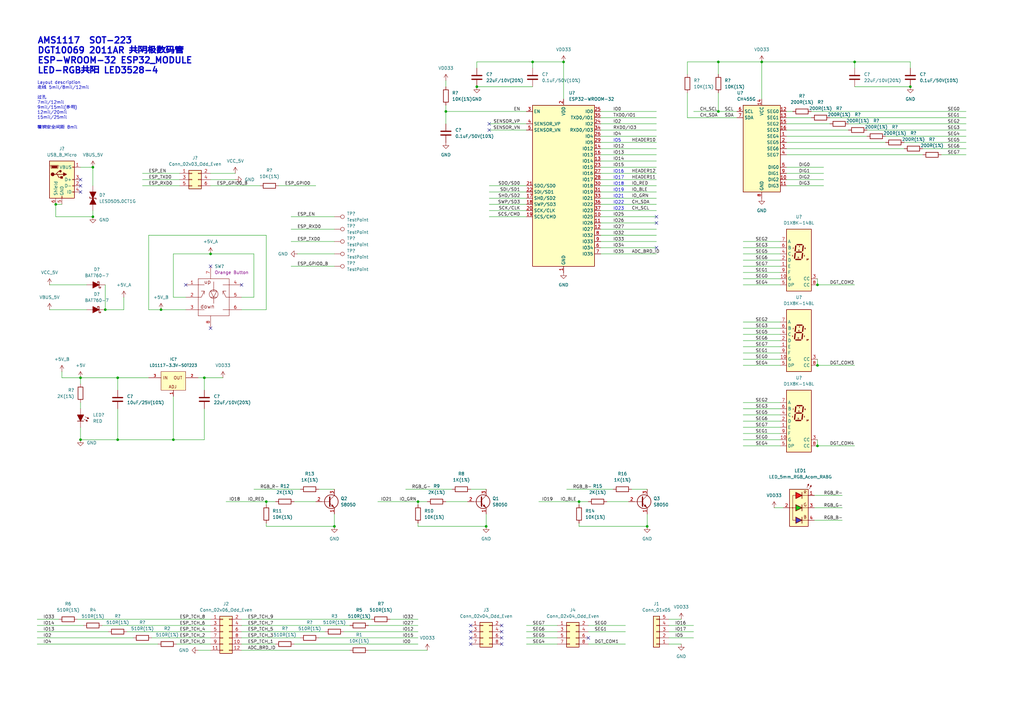
<source format=kicad_sch>
(kicad_sch (version 20250114) (generator "eeschema") (generator_version "9.0")
  (paper "A3")
  (text "IO18" (at 251.46 76.2 0) (effects (font (size 1.27 1.27)) (justify left bottom)))
  (text "IO22" (at 251.46 83.82 0) (effects (font (size 1.27 1.27)) (justify left bottom)))
  (text "IO23" (at 251.46 86.36 0) (effects (font (size 1.27 1.27)) (justify left bottom)))
  (text "AMS1117  SOT-223\nDGT10069 2011AR 共阴极数码管\nESP-WROOM-32 ESP32_MODULE\nLED-RGB共阳 LED3528-4" (at 15.24 22.86 0) (effects (font (size 2.54 2.54) (thickness 0.508) (bold yes)) (justify left)))
  (text "Layout description\n走线 5mil/8mil/12mil\n\n过孔 \n7mil/12mil\n9mil/15mil(多用)\n12mil/20mil\n15mil/25mil\n\n覆铜安全间距 8mil" (at 15.24 43.18 0) (effects (font (size 1.27 1.27)) (justify left)))
  (text "IO21" (at 251.46 81.28 0) (effects (font (size 1.27 1.27)) (justify left bottom)))
  (text "IO5" (at 251.46 58.42 0) (effects (font (size 1.27 1.27)) (justify left bottom)))
  (text "IO19" (at 251.46 78.74 0) (effects (font (size 1.27 1.27)) (justify left bottom)))
  (text "IO17" (at 251.46 73.66 0) (effects (font (size 1.27 1.27)) (justify left bottom)))
  (text "IO16" (at 251.46 71.12 0) (effects (font (size 1.27 1.27)) (justify left bottom)))
  (junction (at 350.52 25.4))
  (junction (at 294.64 25.4))
  (junction (at 48.26 180.34))
  (junction (at 86.36 104.14))
  (junction (at 83.82 154.94))
  (junction (at 33.02 154.94))
  (junction (at 182.88 45.72))
  (junction (at 294.64 45.72))
  (junction (at 38.1 68.58))
  (junction (at 195.58 35.56))
  (junction (at 22.86 83.82))
  (junction (at 373.38 35.56))
  (junction (at 43.18 127))
  (junction (at 335.28 149.86))
  (junction (at 66.04 127))
  (junction (at 312.42 25.4))
  (junction (at 38.1 88.9))
  (junction (at 171.45 205.74))
  (junction (at 48.26 154.94))
  (junction (at 237.49 205.74))
  (junction (at 218.44 25.4))
  (junction (at 335.28 182.88))
  (junction (at 109.22 205.74))
  (junction (at 137.16 215.9))
  (junction (at 231.14 25.4))
  (junction (at 335.28 116.84))
  (junction (at 199.39 215.9))
  (junction (at 33.02 180.34))
  (junction (at 265.43 215.9))
  (junction (at 71.12 180.34))
  (no_connect (at 86.36 134.62))
  (no_connect (at 33.02 76.2))
  (no_connect (at 241.3 261.62))
  (no_connect (at 205.74 261.62))
  (no_connect (at 76.2 116.84))
  (no_connect (at 205.74 264.16))
  (no_connect (at 193.04 259.08))
  (no_connect (at 269.24 88.9))
  (no_connect (at 200.66 53.34))
  (no_connect (at 205.74 256.54))
  (no_connect (at 205.74 259.08))
  (no_connect (at 193.04 261.62))
  (no_connect (at 193.04 256.54))
  (no_connect (at 33.02 73.66))
  (no_connect (at 86.36 109.22))
  (no_connect (at 200.66 50.8))
  (no_connect (at 99.06 116.84))
  (no_connect (at 269.24 91.44))
  (no_connect (at 33.02 78.74))
  (no_connect (at 193.04 264.16))
  (no_connect (at 269.24 101.6))
  (wire (pts (xy 347.98 50.8) (xy 396.24 50.8)))
  (wire (pts (xy 304.8 111.76) (xy 320.04 111.76)))
  (wire (pts (xy 91.44 154.94) (xy 83.82 154.94)))
  (wire (pts (xy 304.8 172.72) (xy 320.04 172.72)))
  (wire (pts (xy 274.32 264.16) (xy 279.4 264.16)))
  (wire (pts (xy 83.82 180.34) (xy 71.12 180.34)))
  (wire (pts (xy 335.28 116.84) (xy 350.52 116.84)))
  (wire (pts (xy 83.82 167.64) (xy 83.82 180.34)))
  (wire (pts (xy 171.45 214.63) (xy 171.45 215.9)))
  (wire (pts (xy 195.58 25.4) (xy 218.44 25.4)))
  (wire (pts (xy 71.12 121.92) (xy 76.2 121.92)))
  (wire (pts (xy 33.02 175.26) (xy 33.02 180.34)))
  (wire (pts (xy 120.65 205.74) (xy 129.54 205.74)))
  (wire (pts (xy 15.24 264.16) (xy 64.77 264.16)))
  (wire (pts (xy 340.36 48.26) (xy 396.24 48.26)))
  (wire (pts (xy 182.88 45.72) (xy 215.9 45.72)))
  (wire (pts (xy 130.81 200.66) (xy 137.16 200.66)))
  (wire (pts (xy 99.06 254) (xy 152.4 254)))
  (wire (pts (xy 215.9 256.54) (xy 228.6 256.54)))
  (wire (pts (xy 154.94 205.74) (xy 171.45 205.74)))
  (wire (pts (xy 237.49 215.9) (xy 265.43 215.9)))
  (wire (pts (xy 304.8 104.14) (xy 320.04 104.14)))
  (wire (pts (xy 269.24 96.52) (xy 246.38 96.52)))
  (wire (pts (xy 151.13 266.7) (xy 175.26 266.7)))
  (wire (pts (xy 322.58 55.88) (xy 355.6 55.88)))
  (wire (pts (xy 312.42 25.4) (xy 312.42 40.64)))
  (wire (pts (xy 66.04 127) (xy 76.2 127)))
  (wire (pts (xy 99.06 121.92) (xy 104.14 121.92)))
  (wire (pts (xy 378.46 60.96) (xy 396.24 60.96)))
  (wire (pts (xy 269.24 83.82) (xy 246.38 83.82)))
  (wire (pts (xy 350.52 25.4) (xy 350.52 27.94)))
  (wire (pts (xy 140.97 259.08) (xy 171.45 259.08)))
  (wire (pts (xy 109.22 205.74) (xy 109.22 207.01)))
  (wire (pts (xy 281.94 38.1) (xy 281.94 48.26)))
  (wire (pts (xy 195.58 25.4) (xy 195.58 27.94)))
  (wire (pts (xy 200.66 53.34) (xy 215.9 53.34)))
  (wire (pts (xy 269.24 76.2) (xy 246.38 76.2)))
  (wire (pts (xy 99.06 256.54) (xy 143.51 256.54)))
  (wire (pts (xy 269.24 50.8) (xy 246.38 50.8)))
  (wire (pts (xy 81.28 154.94) (xy 83.82 154.94)))
  (wire (pts (xy 119.38 99.06) (xy 137.16 99.06)))
  (wire (pts (xy 41.91 256.54) (xy 86.36 256.54)))
  (wire (pts (xy 171.45 205.74) (xy 175.26 205.74)))
  (wire (pts (xy 160.02 254) (xy 171.45 254)))
  (wire (pts (xy 304.8 182.88) (xy 320.04 182.88)))
  (wire (pts (xy 99.06 264.16) (xy 113.03 264.16)))
  (wire (pts (xy 71.12 104.14) (xy 71.12 121.92)))
  (wire (pts (xy 373.38 25.4) (xy 373.38 27.94)))
  (wire (pts (xy 86.36 104.14) (xy 71.12 104.14)))
  (wire (pts (xy 220.98 205.74) (xy 237.49 205.74)))
  (wire (pts (xy 58.42 73.66) (xy 73.66 73.66)))
  (wire (pts (xy 274.32 261.62) (xy 284.48 261.62)))
  (wire (pts (xy 294.64 25.4) (xy 294.64 30.48)))
  (wire (pts (xy 58.42 71.12) (xy 73.66 71.12)))
  (wire (pts (xy 200.66 83.82) (xy 215.9 83.82)))
  (wire (pts (xy 22.86 88.9) (xy 22.86 83.82)))
  (wire (pts (xy 38.1 86.36) (xy 38.1 88.9)))
  (wire (pts (xy 99.06 266.7) (xy 143.51 266.7)))
  (wire (pts (xy 218.44 25.4) (xy 218.44 27.94)))
  (wire (pts (xy 269.24 99.06) (xy 246.38 99.06)))
  (wire (pts (xy 337.82 76.2) (xy 322.58 76.2)))
  (wire (pts (xy 182.88 33.02) (xy 182.88 35.56)))
  (wire (pts (xy 99.06 261.62) (xy 123.19 261.62)))
  (wire (pts (xy 386.08 63.5) (xy 396.24 63.5)))
  (wire (pts (xy 71.12 180.34) (xy 48.26 180.34)))
  (wire (pts (xy 114.3 76.2) (xy 129.54 76.2)))
  (wire (pts (xy 215.9 264.16) (xy 228.6 264.16)))
  (wire (pts (xy 119.38 93.98) (xy 137.16 93.98)))
  (wire (pts (xy 334.01 213.36) (xy 345.44 213.36)))
  (wire (pts (xy 317.5 208.28) (xy 321.31 208.28)))
  (wire (pts (xy 269.24 93.98) (xy 246.38 93.98)))
  (wire (pts (xy 33.02 68.58) (xy 38.1 68.58)))
  (wire (pts (xy 274.32 259.08) (xy 284.48 259.08)))
  (wire (pts (xy 232.41 200.66) (xy 251.46 200.66)))
  (wire (pts (xy 304.8 101.6) (xy 320.04 101.6)))
  (wire (pts (xy 237.49 205.74) (xy 237.49 207.01)))
  (wire (pts (xy 25.4 152.4) (xy 25.4 154.94)))
  (wire (pts (xy 20.32 127) (xy 35.56 127)))
  (wire (pts (xy 355.6 53.34) (xy 396.24 53.34)))
  (wire (pts (xy 71.12 162.56) (xy 71.12 180.34)))
  (wire (pts (xy 269.24 48.26) (xy 246.38 48.26)))
  (wire (pts (xy 304.8 177.8) (xy 320.04 177.8)))
  (wire (pts (xy 269.24 81.28) (xy 246.38 81.28)))
  (wire (pts (xy 269.24 66.04) (xy 246.38 66.04)))
  (wire (pts (xy 237.49 205.74) (xy 241.3 205.74)))
  (wire (pts (xy 332.74 45.72) (xy 396.24 45.72)))
  (wire (pts (xy 109.22 215.9) (xy 137.16 215.9)))
  (wire (pts (xy 200.66 81.28) (xy 215.9 81.28)))
  (wire (pts (xy 304.8 167.64) (xy 320.04 167.64)))
  (wire (pts (xy 304.8 149.86) (xy 320.04 149.86)))
  (wire (pts (xy 269.24 104.14) (xy 246.38 104.14)))
  (wire (pts (xy 322.58 58.42) (xy 363.22 58.42)))
  (wire (pts (xy 304.8 116.84) (xy 320.04 116.84)))
  (wire (pts (xy 370.84 58.42) (xy 396.24 58.42)))
  (wire (pts (xy 48.26 154.94) (xy 48.26 160.02)))
  (wire (pts (xy 334.01 208.28) (xy 345.44 208.28)))
  (wire (pts (xy 304.8 142.24) (xy 320.04 142.24)))
  (wire (pts (xy 281.94 48.26) (xy 302.26 48.26)))
  (wire (pts (xy 304.8 114.3) (xy 320.04 114.3)))
  (wire (pts (xy 269.24 71.12) (xy 246.38 71.12)))
  (wire (pts (xy 22.86 88.9) (xy 38.1 88.9)))
  (wire (pts (xy 99.06 127) (xy 109.22 127)))
  (wire (pts (xy 269.24 53.34) (xy 246.38 53.34)))
  (wire (pts (xy 335.28 182.88) (xy 350.52 182.88)))
  (wire (pts (xy 83.82 154.94) (xy 83.82 160.02)))
  (wire (pts (xy 43.18 127) (xy 50.8 127)))
  (wire (pts (xy 322.58 48.26) (xy 332.74 48.26)))
  (wire (pts (xy 104.14 200.66) (xy 123.19 200.66)))
  (wire (pts (xy 50.8 127) (xy 50.8 121.92)))
  (wire (pts (xy 200.66 76.2) (xy 215.9 76.2)))
  (wire (pts (xy 334.01 203.2) (xy 345.44 203.2)))
  (wire (pts (xy 304.8 170.18) (xy 320.04 170.18)))
  (wire (pts (xy 304.8 137.16) (xy 320.04 137.16)))
  (wire (pts (xy 151.13 256.54) (xy 171.45 256.54)))
  (wire (pts (xy 86.36 76.2) (xy 106.68 76.2)))
  (wire (pts (xy 60.96 127) (xy 66.04 127)))
  (wire (pts (xy 99.06 259.08) (xy 133.35 259.08)))
  (wire (pts (xy 269.24 58.42) (xy 246.38 58.42)))
  (wire (pts (xy 294.64 45.72) (xy 302.26 45.72)))
  (wire (pts (xy 182.88 205.74) (xy 191.77 205.74)))
  (wire (pts (xy 337.82 71.12) (xy 322.58 71.12)))
  (wire (pts (xy 104.14 104.14) (xy 86.36 104.14)))
  (wire (pts (xy 200.66 88.9) (xy 215.9 88.9)))
  (wire (pts (xy 15.24 256.54) (xy 34.29 256.54)))
  (wire (pts (xy 304.8 147.32) (xy 320.04 147.32)))
  (wire (pts (xy 350.52 25.4) (xy 373.38 25.4)))
  (wire (pts (xy 231.14 25.4) (xy 231.14 40.64)))
  (wire (pts (xy 200.66 50.8) (xy 215.9 50.8)))
  (wire (pts (xy 104.14 121.92) (xy 104.14 104.14)))
  (wire (pts (xy 218.44 35.56) (xy 195.58 35.56)))
  (wire (pts (xy 281.94 25.4) (xy 281.94 30.48)))
  (wire (pts (xy 109.22 127) (xy 109.22 96.52)))
  (wire (pts (xy 166.37 200.66) (xy 185.42 200.66)))
  (wire (pts (xy 304.8 109.22) (xy 320.04 109.22)))
  (wire (pts (xy 304.8 99.06) (xy 320.04 99.06)))
  (wire (pts (xy 322.58 45.72) (xy 325.12 45.72)))
  (wire (pts (xy 269.24 63.5) (xy 246.38 63.5)))
  (wire (pts (xy 22.86 83.82) (xy 25.4 83.82)))
  (wire (pts (xy 350.52 35.56) (xy 373.38 35.56)))
  (wire (pts (xy 284.48 45.72) (xy 294.64 45.72)))
  (wire (pts (xy 60.96 96.52) (xy 60.96 127)))
  (wire (pts (xy 130.81 261.62) (xy 171.45 261.62)))
  (wire (pts (xy 72.39 264.16) (xy 86.36 264.16)))
  (wire (pts (xy 294.64 25.4) (xy 312.42 25.4)))
  (wire (pts (xy 137.16 215.9) (xy 137.16 210.82)))
  (wire (pts (xy 269.24 55.88) (xy 246.38 55.88)))
  (wire (pts (xy 200.66 86.36) (xy 215.9 86.36)))
  (wire (pts (xy 269.24 68.58) (xy 246.38 68.58)))
  (wire (pts (xy 269.24 45.72) (xy 246.38 45.72)))
  (wire (pts (xy 15.24 254) (xy 24.13 254)))
  (wire (pts (xy 269.24 60.96) (xy 246.38 60.96)))
  (wire (pts (xy 48.26 180.34) (xy 33.02 180.34)))
  (wire (pts (xy 294.64 38.1) (xy 294.64 45.72)))
  (wire (pts (xy 200.66 78.74) (xy 215.9 78.74)))
  (wire (pts (xy 304.8 106.68) (xy 320.04 106.68)))
  (wire (pts (xy 304.8 180.34) (xy 320.04 180.34)))
  (wire (pts (xy 193.04 200.66) (xy 199.39 200.66)))
  (wire (pts (xy 199.39 215.9) (xy 199.39 210.82)))
  (wire (pts (xy 43.18 116.84) (xy 43.18 127)))
  (wire (pts (xy 58.42 76.2) (xy 73.66 76.2)))
  (wire (pts (xy 38.1 68.58) (xy 38.1 76.2)))
  (wire (pts (xy 304.8 134.62) (xy 320.04 134.62)))
  (wire (pts (xy 109.22 205.74) (xy 113.03 205.74)))
  (wire (pts (xy 182.88 43.18) (xy 182.88 45.72)))
  (wire (pts (xy 121.92 104.14) (xy 137.16 104.14)))
  (wire (pts (xy 31.75 254) (xy 86.36 254)))
  (wire (pts (xy 363.22 55.88) (xy 396.24 55.88)))
  (wire (pts (xy 304.8 139.7) (xy 320.04 139.7)))
  (wire (pts (xy 33.02 165.1) (xy 33.02 167.64)))
  (wire (pts (xy 322.58 60.96) (xy 370.84 60.96)))
  (wire (pts (xy 335.28 149.86) (xy 350.52 149.86)))
  (wire (pts (xy 304.8 132.08) (xy 320.04 132.08)))
  (wire (pts (xy 218.44 25.4) (xy 231.14 25.4)))
  (wire (pts (xy 248.92 205.74) (xy 257.81 205.74)))
  (wire (pts (xy 52.07 259.08) (xy 86.36 259.08)))
  (wire (pts (xy 259.08 200.66) (xy 265.43 200.66)))
  (wire (pts (xy 25.4 154.94) (xy 33.02 154.94)))
  (wire (pts (xy 81.28 266.7) (xy 86.36 266.7)))
  (wire (pts (xy 215.9 259.08) (xy 228.6 259.08)))
  (wire (pts (xy 92.71 205.74) (xy 109.22 205.74)))
  (wire (pts (xy 269.24 91.44) (xy 246.38 91.44)))
  (wire (pts (xy 304.8 175.26) (xy 320.04 175.26)))
  (wire (pts (xy 335.28 180.34) (xy 335.28 182.88)))
  (wire (pts (xy 33.02 154.94) (xy 48.26 154.94)))
  (wire (pts (xy 109.22 96.52) (xy 60.96 96.52)))
  (wire (pts (xy 15.24 259.08) (xy 44.45 259.08)))
  (wire (pts (xy 281.94 25.4) (xy 294.64 25.4)))
  (wire (pts (xy 337.82 73.66) (xy 322.58 73.66)))
  (wire (pts (xy 304.8 165.1) (xy 320.04 165.1)))
  (wire (pts (xy 322.58 53.34) (xy 347.98 53.34)))
  (wire (pts (xy 86.36 73.66) (xy 96.52 73.66)))
  (wire (pts (xy 312.42 25.4) (xy 350.52 25.4)))
  (wire (pts (xy 269.24 88.9) (xy 246.38 88.9)))
  (wire (pts (xy 119.38 88.9) (xy 137.16 88.9)))
  (wire (pts (xy 269.24 101.6) (xy 246.38 101.6)))
  (wire (pts (xy 215.9 261.62) (xy 228.6 261.62)))
  (wire (pts (xy 109.22 214.63) (xy 109.22 215.9)))
  (wire (pts (xy 237.49 214.63) (xy 237.49 215.9)))
  (wire (pts (xy 171.45 215.9) (xy 199.39 215.9)))
  (wire (pts (xy 48.26 167.64) (xy 48.26 180.34)))
  (wire (pts (xy 269.24 78.74) (xy 246.38 78.74)))
  (wire (pts (xy 119.38 109.22) (xy 137.16 109.22)))
  (wire (pts (xy 337.82 68.58) (xy 322.58 68.58)))
  (wire (pts (xy 171.45 205.74) (xy 171.45 207.01)))
  (wire (pts (xy 274.32 256.54) (xy 284.48 256.54)))
  (wire (pts (xy 274.32 254) (xy 279.4 254)))
  (wire (pts (xy 265.43 215.9) (xy 265.43 210.82)))
  (wire (pts (xy 335.28 114.3) (xy 335.28 116.84)))
  (wire (pts (xy 269.24 73.66) (xy 246.38 73.66)))
  (wire (pts (xy 241.3 256.54) (xy 256.54 256.54)))
  (wire (pts (xy 241.3 264.16) (xy 256.54 264.16)))
  (wire (pts (xy 62.23 261.62) (xy 86.36 261.62)))
  (wire (pts (xy 241.3 259.08) (xy 256.54 259.08)))
  (wire (pts (xy 20.32 116.84) (xy 35.56 116.84)))
  (wire (pts (xy 15.24 261.62) (xy 54.61 261.62)))
  (wire (pts (xy 322.58 63.5) (xy 378.46 63.5)))
  (wire (pts (xy 322.58 50.8) (xy 340.36 50.8)))
  (wire (pts (xy 86.36 71.12) (xy 96.52 71.12)))
  (wire (pts (xy 48.26 154.94) (xy 60.96 154.94)))
  (wire (pts (xy 335.28 147.32) (xy 335.28 149.86)))
  (wire (pts (xy 182.88 45.72) (xy 182.88 50.8)))
  (wire (pts (xy 120.65 264.16) (xy 171.45 264.16)))
  (wire (pts (xy 269.24 86.36) (xy 246.38 86.36)))
  (wire (pts (xy 33.02 154.94) (xy 33.02 157.48)))
  (wire (pts (xy 304.8 144.78) (xy 320.04 144.78)))
  (label "IO27" (at 165.1 256.54 0))
  (label "ESP_RXD0" (at 121.92 93.98 0))
  (label "SEG2" (at 309.88 165.1 0))
  (label "CH_SDA" (at 259.08 83.82 0))
  (label "SEG2" (at 309.88 132.08 0))
  (label "SEG1" (at 309.88 144.78 0))
  (label "SEG0" (at 388.62 45.72 0))
  (label "ESP_EN" (at 60.96 71.12 0))
  (label "ESP_EN" (at 121.92 88.9 0))
  (label "IO13" (at 251.46 63.5 0))
  (label "IO33" (at 17.78 254 0))
  (label "SDI/SD1" (at 213.36 78.74 180))
  (label "IO32" (at 165.1 254 0))
  (label "IO35" (at 251.46 104.14 0))
  (label "SEG5" (at 218.44 261.62 0))
  (label "IO33" (at 251.46 99.06 0))
  (label "DIG2" (at 327.66 73.66 0))
  (label "IO19" (at 222.25 205.74 0))
  (label "IO32" (at 251.46 96.52 0))
  (label "SENSOR_VP" (at 213.36 50.8 180))
  (label "ESP_GPIO0" (at 116.84 76.2 0))
  (label "RXD0/IO3" (at 251.46 53.34 0))
  (label "IO_BLE" (at 229.87 205.74 0))
  (label "DIG1" (at 327.66 71.12 0))
  (label "IO2" (at 251.46 50.8 0))
  (label "IO5" (at 276.86 261.62 0))
  (label "IO21" (at 156.21 205.74 0))
  (label "SEG3" (at 309.88 167.64 0))
  (label "DGT_COM1" (at 243.84 264.16 0))
  (label "EN" (at 213.36 45.72 180))
  (label "DGT_COM4" (at 340.36 182.88 0))
  (label "RGB_R-" (at 106.68 200.66 0))
  (label "IO12" (at 251.46 60.96 0))
  (label "SENSOR_VN" (at 213.36 53.34 180))
  (label "ESP_TCH_2" (at 73.66 261.62 0))
  (label "SEG7" (at 218.44 256.54 0))
  (label "HEADER11" (at 259.08 73.66 0))
  (label "IO26" (at 251.46 91.44 0))
  (label "ESP_TCH_5" (at 101.6 259.08 0))
  (label "ESP_TCH_3" (at 101.6 261.62 0))
  (label "IO13" (at 17.78 259.08 0))
  (label "SCK/CLK" (at 213.36 86.36 180))
  (label "IO15" (at 165.1 261.62 0))
  (label "IO4" (at 251.46 55.88 0))
  (label "SEG3" (at 388.62 53.34 0))
  (label "IO25" (at 251.46 88.9 0))
  (label "CH_SCL" (at 287.02 45.72 0))
  (label "ESP_GPIO0_B" (at 121.92 109.22 0))
  (label "ESP_TCH_1" (at 101.6 264.16 0))
  (label "IO0" (at 165.1 264.16 0))
  (label "SEG4" (at 309.88 149.86 0))
  (label "ADC_BRD_ID" (at 259.08 104.14 0))
  (label "SEG5" (at 309.88 104.14 0))
  (label "RGB_G-" (at 168.91 200.66 0))
  (label "SEG6" (at 218.44 259.08 0))
  (label "RGB_G-" (at 337.82 208.28 0))
  (label "SEG1" (at 388.62 48.26 0))
  (label "SEG6" (at 388.62 60.96 0))
  (label "SWP/SD3" (at 213.36 83.82 180))
  (label "SEG5" (at 309.88 170.18 0))
  (label "RGB_B-" (at 337.82 213.36 0))
  (label "SEG1" (at 309.88 177.8 0))
  (label "IO_RED" (at 259.08 76.2 0))
  (label "SEG1" (at 309.88 111.76 0))
  (label "RGB_R-" (at 337.82 203.2 0))
  (label "IO2" (at 17.78 261.62 0))
  (label "IO18" (at 93.98 205.74 0))
  (label "HEADER10" (at 259.08 58.42 0))
  (label "ESP_TCH_7" (at 101.6 256.54 0))
  (label "SEG4" (at 309.88 182.88 0))
  (label "SEG5" (at 388.62 58.42 0))
  (label "ESP_TCH_9" (at 101.6 254 0))
  (label "IO17" (at 276.86 259.08 0))
  (label "SEG7" (at 309.88 109.22 0))
  (label "IO_RED" (at 101.6 205.74 0))
  (label "DIG3" (at 327.66 76.2 0))
  (label "IO0" (at 251.46 45.72 0))
  (label "IO15" (at 251.46 68.58 0))
  (label "SEG0" (at 243.84 256.54 0))
  (label "SEG6" (at 309.88 172.72 0))
  (label "IO4" (at 17.78 264.16 0))
  (label "SEG2" (at 388.62 50.8 0))
  (label "ESP_RXD0" (at 60.96 76.2 0))
  (label "TXD0/IO1" (at 251.46 48.26 0))
  (label "DGT_COM2" (at 340.36 116.84 0))
  (label "ESP_GPIO0_B" (at 88.9 76.2 0))
  (label "IO_GRN" (at 163.83 205.74 0))
  (label "SDO/SD0" (at 213.36 76.2 180))
  (label "DGT_COM3" (at 340.36 149.86 0))
  (label "SEG7" (at 309.88 142.24 0))
  (label "IO16" (at 276.86 256.54 0))
  (label "ESP_TCH_8" (at 73.66 254 0))
  (label "ESP_TXD0" (at 60.96 73.66 0))
  (label "SEG0" (at 309.88 114.3 0))
  (label "SEG0" (at 309.88 180.34 0))
  (label "IO34" (at 251.46 101.6 0))
  (label "SHD/SD2" (at 213.36 81.28 180))
  (label "ESP_TCH_6" (at 73.66 256.54 0))
  (label "SCS/CMD" (at 213.36 88.9 180))
  (label "IO14" (at 17.78 256.54 0))
  (label "SCL" (at 297.18 45.72 0))
  (label "SDA" (at 297.18 48.26 0))
  (label "SEG5" (at 309.88 137.16 0))
  (label "HEADER12" (at 259.08 71.12 0))
  (label "CH_SCL" (at 259.08 86.36 0))
  (label "CH_SDA" (at 287.02 48.26 0))
  (label "ESP_TXD0" (at 121.92 99.06 0))
  (label "IO_GRN" (at 259.08 81.28 0))
  (label "IO14" (at 251.46 66.04 0))
  (label "SEG6" (at 309.88 139.7 0))
  (label "RGB_B-" (at 234.95 200.66 0))
  (label "SEG0" (at 309.88 147.32 0))
  (label "SEG3" (at 309.88 134.62 0))
  (label "SEG1" (at 243.84 259.08 0))
  (label "ESP_TCH_0" (at 73.66 264.16 0))
  (label "SEG4" (at 388.62 55.88 0))
  (label "IO27" (at 251.46 93.98 0))
  (label "SEG6" (at 309.88 106.68 0))
  (label "IO12" (at 165.1 259.08 0))
  (label "SEG4" (at 218.44 264.16 0))
  (label "ESP_TCH_4" (at 73.66 259.08 0))
  (label "DIG0" (at 327.66 68.58 0))
  (label "SEG3" (at 309.88 101.6 0))
  (label "SEG4" (at 309.88 116.84 0))
  (label "IO_BLE" (at 259.08 78.74 0))
  (label "SEG2" (at 309.88 99.06 0))
  (label "SEG7" (at 309.88 175.26 0))
  (label "ADC_BRD_ID" (at 101.6 266.7 0))
  (label "SEG7" (at 388.62 63.5 0))
  (symbol (lib_id "Library:BAT760-7") (at 39.37 116.84 0) (unit 1)
    (property "Reference" "D?" (at 39.6875 110.49 0))
    (property "Value" "BAT760-7" (at 39.6875 113.03 0))
    (property "Footprint" "Diode_SMD:D_SOD-323" (effects (hide yes)))
    (property "Description" "Schottky diode, Generic Symbol, Alternate KiCAD Library" (effects (hide yes)))
  )
  (symbol (lib_id "PCM_Resistor_AKL:R_1206") (at 359.41 55.88 90) (unit 1)
    (property "Reference" "R?" (at 359.41 49.53 90))
    (property "Value" "200R(1%)" (at 359.41 52.07 90))
    (property "Footprint" "PCM_Resistor_SMD_AKL:R_1206_3216Metric" (effects (hide yes)))
    (property "Description" "SMD 1206 Chip Resistor, European Symbol, Alternate KiCad Library" (effects (hide yes)))
  )
  (symbol (lib_id "power:+5V") (at 38.1 68.58 0) (unit 1)
    (property "Reference" "#PWR?" (effects (hide yes)))
    (property "Value" "VBUS_5V" (at 38.1 63.5 0))
    (property "Description" "Power symbol creates a global label with name \"+5V\"" (effects (hide yes)))
  )
  (symbol (lib_id "power:+5V") (at 182.88 33.02 0) (unit 1)
    (property "Reference" "#PWR?" (effects (hide yes)))
    (property "Value" "VDD33" (at 182.88 27.94 0))
    (property "Description" "Power symbol creates a global label with name \"+5V\"" (effects (hide yes)))
  )
  (symbol (lib_id "Library:LESD5D5.0CT1G") (at 38.1 81.28 90) (unit 1)
    (property "Reference" "D?" (at 40.64 80.0099 90) (effects (justify right)))
    (property "Value" "LESD5D5.0CT1G" (at 40.64 82.5499 90) (effects (justify right)))
    (property "Footprint" "Diode_SMD:D_SOD-523" (effects (hide yes)))
    (property "Datasheet" "https://www.jlc-smt.com/lcsc/detail?componentCode=C383211&spm=smt-pc.search-result.list.0" (effects (hide yes)))
    (property "Description" "Bidirectional TVS Diode, Generic symbol, Alternate KiCAD Library" (effects (hide yes)))
  )
  (symbol (lib_id "PCM_Resistor_AKL:R_1206") (at 328.93 45.72 90) (unit 1)
    (property "Reference" "R?" (at 328.93 39.37 90))
    (property "Value" "200R(1%)" (at 328.93 41.91 90))
    (property "Footprint" "PCM_Resistor_SMD_AKL:R_1206_3216Metric" (effects (hide yes)))
    (property "Description" "SMD 1206 Chip Resistor, European Symbol, Alternate KiCad Library" (effects (hide yes)))
  )
  (symbol (lib_id "PCM_Resistor_AKL:R_1206") (at 147.32 256.54 90) (unit 1)
    (property "Reference" "R5" (at 147.32 250.19 90))
    (property "Value" "510R(1%)" (at 147.32 252.73 90))
    (property "Footprint" "PCM_Resistor_SMD_AKL:R_1206_3216Metric" (effects (hide yes)))
    (property "Description" "SMD 1206 Chip Resistor, European Symbol, Alternate KiCad Library" (effects (hide yes)))
  )
  (symbol (lib_id "PCM_Capacitor_AKL:C_1206") (at 373.38 31.75 0) (unit 1)
    (property "Reference" "C?" (at 377.19 30.4799 0) (effects (justify left)))
    (property "Value" "0.1uF/50V(10%)" (at 377.19 33.0199 0) (effects (justify left)))
    (property "Footprint" "PCM_Capacitor_SMD_AKL:C_1206_3216Metric" (effects (hide yes)))
    (property "Description" "SMD 1206 MLCC capacitor, Alternate KiCad Library" (effects (hide yes)))
  )
  (symbol (lib_id "Connector:TestPoint") (at 137.16 93.98 270) (unit 1)
    (property "Reference" "TP?" (at 142.24 92.7099 90) (effects (justify left)))
    (property "Value" "TestPoint" (at 142.24 95.2499 90) (effects (justify left)))
    (property "Description" "test point" (effects (hide yes)))
  )
  (symbol (lib_id "RF_Module:ESP32-WROOM-32") (at 231.14 76.2 0) (unit 1)
    (property "Reference" "U?" (at 233.2833 38.1 0) (effects (justify left)))
    (property "Value" "ESP32-WROOM-32" (at 233.2833 40.64 0) (effects (justify left)))
    (property "Footprint" "RF_Module:ESP32-WROOM-32" (effects (hide yes)))
    (property "Datasheet" "https://www.espressif.com/sites/default/files/documentation/esp32-wroom-32_datasheet_en.pdf" (effects (hide yes)))
    (property "Description" "RF Module, ESP32-D0WDQ6 SoC, Wi-Fi 802.11b/g/n, Bluetooth, BLE, 32-bit, 2.7-3.6V, onboard antenna, SMD" (effects (hide yes)))
  )
  (symbol (lib_id "power:+5V") (at 317.5 208.28 0) (unit 1)
    (property "Reference" "#PWR05" (effects (hide yes)))
    (property "Value" "VDD33" (at 317.5 203.2 0))
    (property "Description" "Power symbol creates a global label with name \"+5V\"" (effects (hide yes)))
  )
  (symbol (lib_id "PCM_Resistor_AKL:R_1206") (at 38.1 256.54 90) (unit 1)
    (property "Reference" "R4" (at 38.1 250.19 90))
    (property "Value" "510R(1%)" (at 38.1 252.73 90))
    (property "Footprint" "PCM_Resistor_SMD_AKL:R_1206_3216Metric" (effects (hide yes)))
    (property "Description" "SMD 1206 Chip Resistor, European Symbol, Alternate KiCad Library" (effects (hide yes)))
  )
  (symbol (lib_id "PCM_Capacitor_AKL:C_1206") (at 218.44 31.75 0) (unit 1)
    (property "Reference" "C?" (at 222.25 30.4799 0) (effects (justify left)))
    (property "Value" "0.1uF/50V(10%)" (at 222.25 33.0199 0) (effects (justify left)))
    (property "Footprint" "PCM_Capacitor_SMD_AKL:C_1206_3216Metric" (effects (hide yes)))
    (property "Description" "SMD 1206 MLCC capacitor, Alternate KiCad Library" (effects (hide yes)))
  )
  (symbol (lib_id "PCM_LED_AKL:LED_5mm_RGB_Acom_RABG") (at 327.66 208.28 0) (unit 1)
    (property "Reference" "LED1" (at 328.2696 193.04 0))
    (property "Value" "LED_5mm_RGB_Acom_RABG" (at 328.2696 195.58 0))
    (property "Footprint" "PCM_LED_THT_AKL:LED_D5.0mm-4_RGB_Wide_Pins" (effects (hide yes)))
    (property "Description" "RGB LED, generic 5mm THT, common anode, Alternate KiCad Library" (effects (hide yes)))
  )
  (symbol (lib_id "PCM_Resistor_AKL:R_1206") (at 189.23 200.66 90) (unit 1)
    (property "Reference" "R8" (at 189.23 194.31 90))
    (property "Value" "1K(1%)" (at 189.23 196.85 90))
    (property "Footprint" "PCM_Resistor_SMD_AKL:R_1206_3216Metric" (effects (hide yes)))
    (property "Description" "SMD 1206 Chip Resistor, European Symbol, Alternate KiCad Library" (effects (hide yes)))
  )
  (symbol (lib_id "power:GND") (at 195.58 35.56 0) (unit 1)
    (property "Reference" "#PWR?" (effects (hide yes)))
    (property "Value" "GND" (at 195.58 40.64 0))
    (property "Description" "Power symbol creates a global label with name \"GND\" , ground" (effects (hide yes)))
  )
  (symbol (lib_id "power:GND") (at 38.1 88.9 0) (unit 1)
    (property "Reference" "#PWR?" (effects (hide yes)))
    (property "Value" "GND" (at 40.64 90.1699 0) (effects (justify left)))
    (property "Description" "Power symbol creates a global label with name \"GND\" , ground" (effects (hide yes)))
  )
  (symbol (lib_id "power:+5V") (at 66.04 127 0) (unit 1)
    (property "Reference" "#PWR?" (effects (hide yes)))
    (property "Value" "+5V_B" (at 66.04 121.92 0))
    (property "Description" "Power symbol creates a global label with name \"+5V\"" (effects (hide yes)))
  )
  (symbol (lib_id "PCM_Capacitor_AKL:C_1206") (at 182.88 54.61 0) (unit 1)
    (property "Reference" "C?" (at 186.69 53.3399 0) (effects (justify left)))
    (property "Value" "0.1uF/50V(10%)" (at 186.69 55.8799 0) (effects (justify left)))
    (property "Footprint" "PCM_Capacitor_SMD_AKL:C_1206_3216Metric" (effects (hide yes)))
    (property "Description" "SMD 1206 MLCC capacitor, Alternate KiCad Library" (effects (hide yes)))
  )
  (symbol (lib_id "PCM_Resistor_AKL:R_1206") (at 33.02 161.29 0) (mirror x) (unit 1)
    (property "Reference" "R?" (at 30.48 160.0199 0) (effects (justify right)))
    (property "Value" "2K(1%)" (at 30.48 162.5599 0) (effects (justify right)))
    (property "Footprint" "PCM_Resistor_SMD_AKL:R_1206_3216Metric" (effects (hide yes)))
    (property "Description" "SMD 1206 Chip Resistor, European Symbol, Alternate KiCad Library" (effects (hide yes)))
  )
  (symbol (lib_id "PCM_Resistor_AKL:R_1206") (at 156.21 254 90) (unit 1)
    (property "Reference" "R7" (at 156.21 247.65 90))
    (property "Value" "510R(1%)" (at 156.21 250.19 90))
    (property "Footprint" "PCM_Resistor_SMD_AKL:R_1206_3216Metric" (effects (hide yes)))
    (property "Description" "SMD 1206 Chip Resistor, European Symbol, Alternate KiCad Library" (effects (hide yes)))
  )
  (symbol (lib_id "PCM_Resistor_AKL:R_1206") (at 179.07 205.74 90) (unit 1)
    (property "Reference" "R9" (at 179.07 199.39 90))
    (property "Value" "2K(1%)" (at 179.07 201.93 90))
    (property "Footprint" "PCM_Resistor_SMD_AKL:R_1206_3216Metric" (effects (hide yes)))
    (property "Description" "SMD 1206 Chip Resistor, European Symbol, Alternate KiCad Library" (effects (hide yes)))
  )
  (symbol (lib_id "Transistor_BJT:S8050") (at 196.85 205.74 0) (unit 1)
    (property "Reference" "Q1" (at 201.93 204.4699 0) (effects (justify left)))
    (property "Value" "S8050" (at 201.93 207.0099 0) (effects (justify left)))
    (property "Footprint" "Package_TO_SOT_THT:TO-92_Inline" (effects (hide yes)))
    (property "Datasheet" "http://www.unisonic.com.tw/datasheet/S8050.pdf" (effects (hide yes)))
    (property "Description" "0.7A Ic, 20V Vce, Low Voltage High Current NPN Transistor, TO-92" (effects (hide yes)))
  )
  (symbol (lib_id "power:+5V") (at 25.4 152.4 0) (unit 1)
    (property "Reference" "#PWR?" (effects (hide yes)))
    (property "Value" "+5V_B" (at 25.4 147.32 0))
    (property "Description" "Power symbol creates a global label with name \"+5V\"" (effects (hide yes)))
  )
  (symbol (lib_id "Driver_LED:CH455G") (at 312.42 60.96 0) (unit 1)
    (property "Reference" "U?" (at 302.26 38.1 0) (effects (justify left)))
    (property "Value" "CH455G" (at 302.26 40.64 0) (effects (justify left)))
    (property "Footprint" "Package_SO:SOP-16_3.9x9.9mm_P1.27mm" (effects (hide yes)))
    (property "Datasheet" "https://www.wch-ic.com/products/CH455.html" (effects (hide yes)))
    (property "Description" "Digital tube driver and keyboard scan (common cathode only), SOP-16" (effects (hide yes)))
  )
  (symbol (lib_id "power:+5V") (at 86.36 104.14 0) (unit 1)
    (property "Reference" "#PWR?" (effects (hide yes)))
    (property "Value" "+5V_A" (at 86.36 99.06 0))
    (property "Description" "Power symbol creates a global label with name \"+5V\"" (effects (hide yes)))
  )
  (symbol (lib_id "power:+5V") (at 279.4 254 0) (unit 1)
    (property "Reference" "#PWR01" (effects (hide yes)))
    (property "Value" "VDD33" (at 279.4 248.92 0))
    (property "Description" "Power symbol creates a global label with name \"+5V\"" (effects (hide yes)))
  )
  (symbol (lib_id "Connector_Generic:Conn_02x04_Odd_Even") (at 233.68 259.08 0) (unit 1)
    (property "Reference" "J4" (at 234.95 250.19 0))
    (property "Value" "Conn_02x04_Odd_Even" (at 234.95 252.73 0))
    (property "Description" "Generic connector, double row, 02x04, odd/even pin numbering scheme (row 1 odd numbers, row 2 even numbers), script generated (kicad-library-utils/schlib/autogen/connector/)" (effects (hide yes)))
  )
  (symbol (lib_id "power:+5V") (at 50.8 121.92 0) (unit 1)
    (property "Reference" "#PWR?" (effects (hide yes)))
    (property "Value" "+5V_A" (at 50.8 116.84 0))
    (property "Description" "Power symbol creates a global label with name \"+5V\"" (effects (hide yes)))
  )
  (symbol (lib_id "power:+5V") (at 312.42 25.4 0) (unit 1)
    (property "Reference" "#PWR?" (effects (hide yes)))
    (property "Value" "VDD33" (at 312.42 20.32 0))
    (property "Description" "Power symbol creates a global label with name \"+5V\"" (effects (hide yes)))
  )
  (symbol (lib_id "PCM_Resistor_AKL:R_1206") (at 374.65 60.96 90) (unit 1)
    (property "Reference" "R?" (at 374.65 54.61 90))
    (property "Value" "200R(1%)" (at 374.65 57.15 90))
    (property "Footprint" "PCM_Resistor_SMD_AKL:R_1206_3216Metric" (effects (hide yes)))
    (property "Description" "SMD 1206 Chip Resistor, European Symbol, Alternate KiCad Library" (effects (hide yes)))
  )
  (symbol (lib_id "Connector:TestPoint") (at 137.16 99.06 270) (unit 1)
    (property "Reference" "TP?" (at 142.24 97.7899 90) (effects (justify left)))
    (property "Value" "TestPoint" (at 142.24 100.3299 90) (effects (justify left)))
    (property "Description" "test point" (effects (hide yes)))
  )
  (symbol (lib_id "Connector_Generic:Conn_02x03_Odd_Even") (at 78.74 73.66 0) (unit 1)
    (property "Reference" "J?" (at 80.01 64.77 0))
    (property "Value" "Conn_02x03_Odd_Even" (at 80.01 67.31 0))
    (property "Description" "Generic connector, double row, 02x03, odd/even pin numbering scheme (row 1 odd numbers, row 2 even numbers), script generated (kicad-library-utils/schlib/autogen/connector/)" (effects (hide yes)))
  )
  (symbol (lib_id "Connector_Generic:Conn_02x04_Odd_Even") (at 198.12 259.08 0) (unit 1)
    (property "Reference" "J3" (at 199.39 250.19 0))
    (property "Value" "Conn_02x04_Odd_Even" (at 199.39 252.73 0))
    (property "Description" "Generic connector, double row, 02x04, odd/even pin numbering scheme (row 1 odd numbers, row 2 even numbers), script generated (kicad-library-utils/schlib/autogen/connector/)" (effects (hide yes)))
  )
  (symbol (lib_id "power:GND") (at 231.14 111.76 0) (unit 1)
    (property "Reference" "#PWR?" (effects (hide yes)))
    (property "Value" "GND" (at 231.14 116.84 0))
    (property "Description" "Power symbol creates a global label with name \"GND\" , ground" (effects (hide yes)))
  )
  (symbol (lib_id "PCM_Resistor_AKL:R_1206") (at 116.84 205.74 90) (unit 1)
    (property "Reference" "R12" (at 116.84 199.39 90))
    (property "Value" "2K(1%)" (at 116.84 201.93 90))
    (property "Footprint" "PCM_Resistor_SMD_AKL:R_1206_3216Metric" (effects (hide yes)))
    (property "Description" "SMD 1206 Chip Resistor, European Symbol, Alternate KiCad Library" (effects (hide yes)))
  )
  (symbol (lib_id "power:GND") (at 373.38 35.56 0) (unit 1)
    (property "Reference" "#PWR?" (effects (hide yes)))
    (property "Value" "GND" (at 373.38 40.64 0))
    (property "Description" "Power symbol creates a global label with name \"GND\" , ground" (effects (hide yes)))
  )
  (symbol (lib_id "Connector:TestPoint") (at 137.16 88.9 270) (unit 1)
    (property "Reference" "TP?" (at 142.24 87.6299 90) (effects (justify left)))
    (property "Value" "TestPoint" (at 142.24 90.1699 90) (effects (justify left)))
    (property "Description" "test point" (effects (hide yes)))
  )
  (symbol (lib_id "power:+5V") (at 96.52 71.12 0) (unit 1)
    (property "Reference" "#PWR?" (effects (hide yes)))
    (property "Value" "VCC_5V" (at 96.52 66.04 0))
    (property "Description" "Power symbol creates a global label with name \"+5V\"" (effects (hide yes)))
  )
  (symbol (lib_id "PCM_Resistor_AKL:R_1206") (at 255.27 200.66 90) (unit 1)
    (property "Reference" "R16" (at 255.27 194.31 90))
    (property "Value" "1K(1%)" (at 255.27 196.85 90))
    (property "Footprint" "PCM_Resistor_SMD_AKL:R_1206_3216Metric" (effects (hide yes)))
    (property "Description" "SMD 1206 Chip Resistor, European Symbol, Alternate KiCad Library" (effects (hide yes)))
  )
  (symbol (lib_id "power:+5V") (at 231.14 25.4 0) (unit 1)
    (property "Reference" "#PWR?" (effects (hide yes)))
    (property "Value" "VDD33" (at 231.14 20.32 0))
    (property "Description" "Power symbol creates a global label with name \"+5V\"" (effects (hide yes)))
  )
  (symbol (lib_id "power:GND") (at 121.92 104.14 270) (unit 1)
    (property "Reference" "#PWR?" (effects (hide yes)))
    (property "Value" "GND" (at 118.11 104.1399 90) (effects (justify right)))
    (property "Description" "Power symbol creates a global label with name \"GND\" , ground" (effects (hide yes)))
  )
  (symbol (lib_id "PCM_Resistor_AKL:R_1206") (at 281.94 34.29 0) (unit 1)
    (property "Reference" "R?" (at 284.48 33.0199 0) (effects (justify left)))
    (property "Value" "10K(1%)" (at 284.48 35.5599 0) (effects (justify left)))
    (property "Footprint" "PCM_Resistor_SMD_AKL:R_1206_3216Metric" (effects (hide yes)))
    (property "Description" "SMD 1206 Chip Resistor, European Symbol, Alternate KiCad Library" (effects (hide yes)))
  )
  (symbol (lib_id "PCM_Resistor_AKL:R_1206") (at 245.11 205.74 90) (unit 1)
    (property "Reference" "R15" (at 245.11 199.39 90))
    (property "Value" "2K(1%)" (at 245.11 201.93 90))
    (property "Footprint" "PCM_Resistor_SMD_AKL:R_1206_3216Metric" (effects (hide yes)))
    (property "Description" "SMD 1206 Chip Resistor, European Symbol, Alternate KiCad Library" (effects (hide yes)))
  )
  (symbol (lib_id "Connector:USB_B_Micro") (at 25.4 73.66 0) (unit 1)
    (property "Reference" "J?" (at 25.4 60.96 0))
    (property "Value" "USB_B_Micro" (at 25.4 63.5 0))
    (property "Description" "USB Micro Type B connector" (effects (hide yes)))
  )
  (symbol (lib_id "PCM_Resistor_AKL:R_1206") (at 27.94 254 90) (unit 1)
    (property "Reference" "R6" (at 27.94 247.65 90))
    (property "Value" "510R(1%)" (at 27.94 250.19 90))
    (property "Footprint" "PCM_Resistor_SMD_AKL:R_1206_3216Metric" (effects (hide yes)))
    (property "Description" "SMD 1206 Chip Resistor, European Symbol, Alternate KiCad Library" (effects (hide yes)))
  )
  (symbol (lib_id "PCM_Capacitor_AKL:C_1206") (at 195.58 31.75 0) (unit 1)
    (property "Reference" "C?" (at 199.39 30.4799 0) (effects (justify left)))
    (property "Value" "22uF/10V(20%)" (at 199.39 33.0199 0) (effects (justify left)))
    (property "Footprint" "PCM_Capacitor_SMD_AKL:C_1206_3216Metric" (effects (hide yes)))
    (property "Description" "SMD 1206 MLCC capacitor, Alternate KiCad Library" (effects (hide yes)))
  )
  (symbol (lib_id "Connector_Generic:Conn_02x06_Odd_Even") (at 91.44 259.08 0) (unit 1)
    (property "Reference" "J2" (at 92.71 247.65 0))
    (property "Value" "Conn_02x06_Odd_Even" (at 92.71 250.19 0))
    (property "Description" "Generic connector, double row, 02x06, odd/even pin numbering scheme (row 1 odd numbers, row 2 even numbers), script generated (kicad-library-utils/schlib/autogen/connector/)" (effects (hide yes)))
  )
  (symbol (lib_id "power:+5V") (at 33.02 154.94 0) (unit 1)
    (property "Reference" "#PWR?" (effects (hide yes)))
    (property "Value" "+5V" (at 33.02 149.86 0))
    (property "Description" "Power symbol creates a global label with name \"+5V\"" (effects (hide yes)))
  )
  (symbol (lib_id "PCM_LED_AKL:LED_1206") (at 33.02 171.45 270) (unit 1)
    (property "Reference" "LED?" (at 38.1 170.1799 90) (effects (justify left)))
    (property "Value" "RED" (at 38.1 172.7199 90) (effects (justify left)))
    (property "Footprint" "PCM_LED_SMD_AKL:LED_1206_3216Metric" (effects (hide yes)))
    (property "Description" "SMD LED, 1206, Alternate KiCad Library" (effects (hide yes)))
  )
  (symbol (lib_id "power:+5V") (at 175.26 266.7 0) (unit 1)
    (property "Reference" "#PWR03" (effects (hide yes)))
    (property "Value" "VDD33" (at 175.26 261.62 0))
    (property "Description" "Power symbol creates a global label with name \"+5V\"" (effects (hide yes)))
  )
  (symbol (lib_id "Display_Character:D1X8K-14BL") (at 327.66 106.68 0) (unit 1)
    (property "Reference" "U?" (at 327.66 88.9 0))
    (property "Value" "D1X8K-14BL" (at 327.66 91.44 0))
    (property "Footprint" "Display_7Segment:D1X8K" (effects (hide yes)))
    (property "Datasheet" "https://ia800903.us.archive.org/24/items/CTKD1x8K/Cromatek%20D168K.pdf" (effects (hide yes)))
    (property "Description" "One digit 7 segment ultra bright blue LED, low current, common cathode" (effects (hide yes)))
  )
  (symbol (lib_id "Library:Button_DPDT_Orange_Latching") (at 88.9 121.92 0) (unit 1)
    (property "Reference" "SW?" (at 88.0111 109.22 0) (effects (justify left)))
    (property "Value" "Button_DPDT_Orange_Latching" (effects (hide yes)))
    (property "Footprint" "4ms_Switch:Button_LED_PB61303" (effects (hide yes)))
    (property "Datasheet" "https://www.mouser.com/datasheet/2/435/wells00109_1-2286045.pdf" (effects (hide yes)))
    (property "Specifications" "DPDT, Latching, On/On, 8.7mm base, 7.5mm cap, Orange" (effects (hide yes)))
    (property "Manufacturer" "RunRun" (effects (hide yes)))
    (property "Part Number" "PB-61303AL-2" (effects (hide yes)))
    (property "Display" "Orange Button" (at 88.0111 111.76 0) (effects (justify left)))
  )
  (symbol (lib_id "power:GND") (at 81.28 266.7 270) (unit 1)
    (property "Reference" "#PWR04" (effects (hide yes)))
    (property "Value" "GND" (at 77.47 266.6999 90) (effects (justify right)))
    (property "Description" "Power symbol creates a global label with name \"GND\" , ground" (effects (hide yes)))
  )
  (symbol (lib_id "power:GND") (at 312.42 81.28 0) (unit 1)
    (property "Reference" "#PWR?" (effects (hide yes)))
    (property "Value" "GND" (at 312.42 86.36 0))
    (property "Description" "Power symbol creates a global label with name \"GND\" , ground" (effects (hide yes)))
  )
  (symbol (lib_id "PCM_Resistor_AKL:R_1206") (at 367.03 58.42 90) (unit 1)
    (property "Reference" "R?" (at 367.03 52.07 90))
    (property "Value" "200R(1%)" (at 367.03 54.61 90))
    (property "Footprint" "PCM_Resistor_SMD_AKL:R_1206_3216Metric" (effects (hide yes)))
    (property "Description" "SMD 1206 Chip Resistor, European Symbol, Alternate KiCad Library" (effects (hide yes)))
  )
  (symbol (lib_id "PCM_Resistor_AKL:R_1206") (at 127 200.66 90) (unit 1)
    (property "Reference" "R13" (at 127 194.31 90))
    (property "Value" "1K(1%)" (at 127 196.85 90))
    (property "Footprint" "PCM_Resistor_SMD_AKL:R_1206_3216Metric" (effects (hide yes)))
    (property "Description" "SMD 1206 Chip Resistor, European Symbol, Alternate KiCad Library" (effects (hide yes)))
  )
  (symbol (lib_id "PCM_Resistor_AKL:R_1206") (at 171.45 210.82 180) (unit 1)
    (property "Reference" "R10" (at 173.99 209.5499 0) (effects (justify right)))
    (property "Value" "10K(1%)" (at 173.99 212.0899 0) (effects (justify right)))
    (property "Footprint" "PCM_Resistor_SMD_AKL:R_1206_3216Metric" (effects (hide yes)))
    (property "Description" "SMD 1206 Chip Resistor, European Symbol, Alternate KiCad Library" (effects (hide yes)))
  )
  (symbol (lib_id "PCM_Resistor_AKL:R_1206") (at 182.88 39.37 0) (unit 1)
    (property "Reference" "R?" (at 185.42 38.0999 0) (effects (justify left)))
    (property "Value" "10K(1%)" (at 185.42 40.6399 0) (effects (justify left)))
    (property "Footprint" "PCM_Resistor_SMD_AKL:R_1206_3216Metric" (effects (hide yes)))
    (property "Description" "SMD 1206 Chip Resistor, European Symbol, Alternate KiCad Library" (effects (hide yes)))
  )
  (symbol (lib_id "power:GND") (at 182.88 58.42 0) (unit 1)
    (property "Reference" "#PWR?" (effects (hide yes)))
    (property "Value" "GND" (at 182.88 63.5 0))
    (property "Description" "Power symbol creates a global label with name \"GND\" , ground" (effects (hide yes)))
  )
  (symbol (lib_id "Connector:TestPoint") (at 137.16 109.22 270) (unit 1)
    (property "Reference" "TP?" (at 142.24 107.9499 90) (effects (justify left)))
    (property "Value" "TestPoint" (at 142.24 110.4899 90) (effects (justify left)))
    (property "Description" "test point" (effects (hide yes)))
  )
  (symbol (lib_id "Display_Character:D1X8K-14BL") (at 327.66 139.7 0) (unit 1)
    (property "Reference" "U?" (at 327.66 121.92 0))
    (property "Value" "D1X8K-14BL" (at 327.66 124.46 0))
    (property "Footprint" "Display_7Segment:D1X8K" (effects (hide yes)))
    (property "Datasheet" "https://ia800903.us.archive.org/24/items/CTKD1x8K/Cromatek%20D168K.pdf" (effects (hide yes)))
    (property "Description" "One digit 7 segment ultra bright blue LED, low current, common cathode" (effects (hide yes)))
  )
  (symbol (lib_id "PCM_Resistor_AKL:R_1206") (at 382.27 63.5 90) (unit 1)
    (property "Reference" "R?" (at 382.27 57.15 90))
    (property "Value" "200R(1%)" (at 382.27 59.69 90))
    (property "Footprint" "PCM_Resistor_SMD_AKL:R_1206_3216Metric" (effects (hide yes)))
    (property "Description" "SMD 1206 Chip Resistor, European Symbol, Alternate KiCad Library" (effects (hide yes)))
  )
  (symbol (lib_id "PCM_Resistor_AKL:R_1206") (at 237.49 210.82 180) (unit 1)
    (property "Reference" "R14" (at 240.03 209.5499 0) (effects (justify right)))
    (property "Value" "10K(1%)" (at 240.03 212.0899 0) (effects (justify right)))
    (property "Footprint" "PCM_Resistor_SMD_AKL:R_1206_3216Metric" (effects (hide yes)))
    (property "Description" "SMD 1206 Chip Resistor, European Symbol, Alternate KiCad Library" (effects (hide yes)))
  )
  (symbol (lib_id "Transistor_BJT:S8050") (at 262.89 205.74 0) (unit 1)
    (property "Reference" "Q3" (at 267.97 204.4699 0) (effects (justify left)))
    (property "Value" "S8050" (at 267.97 207.0099 0) (effects (justify left)))
    (property "Footprint" "Package_TO_SOT_THT:TO-92_Inline" (effects (hide yes)))
    (property "Datasheet" "http://www.unisonic.com.tw/datasheet/S8050.pdf" (effects (hide yes)))
    (property "Description" "0.7A Ic, 20V Vce, Low Voltage High Current NPN Transistor, TO-92" (effects (hide yes)))
  )
  (symbol (lib_id "Connector_Generic:Conn_01x05") (at 269.24 259.08 180) (unit 1)
    (property "Reference" "J1" (at 269.24 247.65 0))
    (property "Value" "Conn_01x05" (at 269.24 250.19 0))
    (property "Description" "Generic connector, single row, 01x05, script generated (kicad-library-utils/schlib/autogen/connector/)" (effects (hide yes)))
  )
  (symbol (lib_id "PCM_Resistor_AKL:R_1206") (at 147.32 266.7 270) (unit 1)
    (property "Reference" "R1" (at 147.32 260.35 90))
    (property "Value" "10K(1%)" (at 147.32 262.89 90))
    (property "Footprint" "PCM_Resistor_SMD_AKL:R_1206_3216Metric" (effects (hide yes)))
    (property "Description" "SMD 1206 Chip Resistor, European Symbol, Alternate KiCad Library" (effects (hide yes)))
  )
  (symbol (lib_id "PCM_Capacitor_AKL:C_1206") (at 48.26 163.83 0) (unit 1)
    (property "Reference" "C?" (at 52.07 162.5599 0) (effects (justify left)))
    (property "Value" "10uF/25V(10%)" (at 52.07 165.0999 0) (effects (justify left)))
    (property "Footprint" "PCM_Capacitor_SMD_AKL:C_1206_3216Metric" (effects (hide yes)))
    (property "Description" "SMD 1206 MLCC capacitor, Alternate KiCad Library" (effects (hide yes)))
  )
  (symbol (lib_id "PCM_Resistor_AKL:R_1206") (at 48.26 259.08 90) (unit 1)
    (property "Reference" "R?" (at 48.26 252.73 90))
    (property "Value" "510R(1%)" (at 48.26 255.27 90))
    (property "Footprint" "PCM_Resistor_SMD_AKL:R_1206_3216Metric" (effects (hide yes)))
    (property "Description" "SMD 1206 Chip Resistor, European Symbol, Alternate KiCad Library" (effects (hide yes)))
  )
  (symbol (lib_id "power:+5V") (at 20.32 127 0) (unit 1)
    (property "Reference" "#PWR?" (effects (hide yes)))
    (property "Value" "VBUS_5V" (at 20.32 121.92 0))
    (property "Description" "Power symbol creates a global label with name \"+5V\"" (effects (hide yes)))
  )
  (symbol (lib_id "PCM_Resistor_AKL:R_1206") (at 109.22 210.82 180) (unit 1)
    (property "Reference" "R11" (at 111.76 209.5499 0) (effects (justify right)))
    (property "Value" "10K(1%)" (at 111.76 212.0899 0) (effects (justify right)))
    (property "Footprint" "PCM_Resistor_SMD_AKL:R_1206_3216Metric" (effects (hide yes)))
    (property "Description" "SMD 1206 Chip Resistor, European Symbol, Alternate KiCad Library" (effects (hide yes)))
  )
  (symbol (lib_id "PCM_Resistor_AKL:R_1206") (at 344.17 50.8 90) (unit 1)
    (property "Reference" "R?" (at 344.17 44.45 90))
    (property "Value" "200R(1%)" (at 344.17 46.99 90))
    (property "Footprint" "PCM_Resistor_SMD_AKL:R_1206_3216Metric" (effects (hide yes)))
    (property "Description" "SMD 1206 Chip Resistor, European Symbol, Alternate KiCad Library" (effects (hide yes)))
  )
  (symbol (lib_id "PCM_4ms_Regulator:LD1117-3.3V-SOT223") (at 71.12 156.21 0) (unit 1)
    (property "Reference" "IC?" (at 71.12 147.32 0) (effects (font (size 1.143 1.143))))
    (property "Value" "LD1117-3.3V-SOT223" (at 71.12 149.86 0) (effects (font (size 1.143 1.143))))
    (property "Footprint" "4ms_Package_SOT:SOT223" (effects (hide yes)))
    (property "Datasheet" "https://www.mouser.com/datasheet/2/389/cd00000544-1795431.pdf" (effects (hide yes)))
    (property "Description" "3.3V Voltage Regulator, SOT-223-3, Imax=0.8A, VinMax=15V, Vdrop=1V" (effects (hide yes)))
    (property "Manufacturer" "STMicroelectronics" (effects (hide yes)))
    (property "Part Number" "LD1117S33CTR" (effects (hide yes)))
  )
  (symbol (lib_id "power:GND") (at 199.39 215.9 0) (unit 1)
    (property "Reference" "#PWR06" (effects (hide yes)))
    (property "Value" "GND" (at 199.39 220.98 0))
    (property "Description" "Power symbol creates a global label with name \"GND\" , ground" (effects (hide yes)))
  )
  (symbol (lib_id "PCM_Resistor_AKL:R_1206") (at 127 261.62 270) (mirror x) (unit 1)
    (property "Reference" "R?" (at 127 255.27 90))
    (property "Value" "510R(1%)" (at 127 257.81 90))
    (property "Footprint" "PCM_Resistor_SMD_AKL:R_1206_3216Metric" (effects (hide yes)))
    (property "Description" "SMD 1206 Chip Resistor, European Symbol, Alternate KiCad Library" (effects (hide yes)))
  )
  (symbol (lib_id "Connector:TestPoint") (at 137.16 104.14 270) (unit 1)
    (property "Reference" "TP?" (at 142.24 102.8699 90) (effects (justify left)))
    (property "Value" "TestPoint" (at 142.24 105.4099 90) (effects (justify left)))
    (property "Description" "test point" (effects (hide yes)))
  )
  (symbol (lib_id "power:GND") (at 96.52 73.66 90) (unit 1)
    (property "Reference" "#PWR?" (effects (hide yes)))
    (property "Value" "GND" (at 100.33 73.6599 90) (effects (justify right)))
    (property "Description" "Power symbol creates a global label with name \"GND\" , ground" (effects (hide yes)))
  )
  (symbol (lib_id "PCM_Resistor_AKL:R_1206") (at 68.58 264.16 90) (unit 1)
    (property "Reference" "R2" (at 68.58 257.81 90))
    (property "Value" "510R(1%)" (at 68.58 260.35 90))
    (property "Footprint" "PCM_Resistor_SMD_AKL:R_1206_3216Metric" (effects (hide yes)))
    (property "Description" "SMD 1206 Chip Resistor, European Symbol, Alternate KiCad Library" (effects (hide yes)))
  )
  (symbol (lib_id "power:GND") (at 137.16 215.9 0) (unit 1)
    (property "Reference" "#PWR07" (effects (hide yes)))
    (property "Value" "GND" (at 137.16 220.98 0))
    (property "Description" "Power symbol creates a global label with name \"GND\" , ground" (effects (hide yes)))
  )
  (symbol (lib_id "power:GND") (at 33.02 180.34 0) (unit 1)
    (property "Reference" "#PWR?" (effects (hide yes)))
    (property "Value" "GND" (at 35.56 181.6099 0) (effects (justify left)))
    (property "Description" "Power symbol creates a global label with name \"GND\" , ground" (effects (hide yes)))
  )
  (symbol (lib_id "PCM_Resistor_AKL:R_1206") (at 116.84 264.16 270) (mirror x) (unit 1)
    (property "Reference" "R?" (at 116.84 257.81 90))
    (property "Value" "510R(1%)" (at 116.84 260.35 90))
    (property "Footprint" "PCM_Resistor_SMD_AKL:R_1206_3216Metric" (effects (hide yes)))
    (property "Description" "SMD 1206 Chip Resistor, European Symbol, Alternate KiCad Library" (effects (hide yes)))
  )
  (symbol (lib_id "PCM_Resistor_AKL:R_1206") (at 110.49 76.2 90) (unit 1)
    (property "Reference" "R?" (at 110.49 69.85 90))
    (property "Value" "10K(1%)" (at 110.49 72.39 90))
    (property "Footprint" "PCM_Resistor_SMD_AKL:R_1206_3216Metric" (effects (hide yes)))
    (property "Description" "SMD 1206 Chip Resistor, European Symbol, Alternate KiCad Library" (effects (hide yes)))
  )
  (symbol (lib_id "power:GND") (at 279.4 264.16 0) (unit 1)
    (property "Reference" "#PWR02" (effects (hide yes)))
    (property "Value" "GND" (at 279.4 269.24 0))
    (property "Description" "Power symbol creates a global label with name \"GND\" , ground" (effects (hide yes)))
  )
  (symbol (lib_id "power:GND") (at 265.43 215.9 0) (unit 1)
    (property "Reference" "#PWR08" (effects (hide yes)))
    (property "Value" "GND" (at 265.43 220.98 0))
    (property "Description" "Power symbol creates a global label with name \"GND\" , ground" (effects (hide yes)))
  )
  (symbol (lib_id "Library:BAT760-7") (at 39.37 127 0) (unit 1)
    (property "Reference" "D?" (at 39.6875 120.65 0))
    (property "Value" "BAT760-7" (at 39.6875 123.19 0))
    (property "Footprint" "Diode_SMD:D_SOD-323" (effects (hide yes)))
    (property "Description" "Schottky diode, Generic Symbol, Alternate KiCAD Library" (effects (hide yes)))
  )
  (symbol (lib_id "Transistor_BJT:S8050") (at 134.62 205.74 0) (unit 1)
    (property "Reference" "Q2" (at 139.7 204.4699 0) (effects (justify left)))
    (property "Value" "S8050" (at 139.7 207.0099 0) (effects (justify left)))
    (property "Footprint" "Package_TO_SOT_THT:TO-92_Inline" (effects (hide yes)))
    (property "Datasheet" "http://www.unisonic.com.tw/datasheet/S8050.pdf" (effects (hide yes)))
    (property "Description" "0.7A Ic, 20V Vce, Low Voltage High Current NPN Transistor, TO-92" (effects (hide yes)))
  )
  (symbol (lib_id "power:+5V") (at 91.44 154.94 0) (unit 1)
    (property "Reference" "#PWR?" (effects (hide yes)))
    (property "Value" "VDD33" (at 91.44 149.86 0))
    (property "Description" "Power symbol creates a global label with name \"+5V\"" (effects (hide yes)))
  )
  (symbol (lib_id "PCM_Resistor_AKL:R_1206") (at 351.79 53.34 90) (unit 1)
    (property "Reference" "R?" (at 351.79 46.99 90))
    (property "Value" "200R(1%)" (at 351.79 49.53 90))
    (property "Footprint" "PCM_Resistor_SMD_AKL:R_1206_3216Metric" (effects (hide yes)))
    (property "Description" "SMD 1206 Chip Resistor, European Symbol, Alternate KiCad Library" (effects (hide yes)))
  )
  (symbol (lib_id "PCM_Capacitor_AKL:C_1206") (at 350.52 31.75 0) (unit 1)
    (property "Reference" "C?" (at 354.33 30.4799 0) (effects (justify left)))
    (property "Value" "22uF/10V(20%)" (at 354.33 33.0199 0) (effects (justify left)))
    (property "Footprint" "PCM_Capacitor_SMD_AKL:C_1206_3216Metric" (effects (hide yes)))
    (property "Description" "SMD 1206 MLCC capacitor, Alternate KiCad Library" (effects (hide yes)))
  )
  (symbol (lib_id "PCM_Resistor_AKL:R_1206") (at 58.42 261.62 90) (unit 1)
    (property "Reference" "R?" (at 58.42 255.27 90))
    (property "Value" "510R(1%)" (at 58.42 257.81 90))
    (property "Footprint" "PCM_Resistor_SMD_AKL:R_1206_3216Metric" (effects (hide yes)))
    (property "Description" "SMD 1206 Chip Resistor, European Symbol, Alternate KiCad Library" (effects (hide yes)))
  )
  (symbol (lib_id "Display_Character:D1X8K-14BL") (at 327.66 172.72 0) (unit 1)
    (property "Reference" "U?" (at 327.66 154.94 0))
    (property "Value" "D1X8K-14BL" (at 327.66 157.48 0))
    (property "Footprint" "Display_7Segment:D1X8K" (effects (hide yes)))
    (property "Datasheet" "https://ia800903.us.archive.org/24/items/CTKD1x8K/Cromatek%20D168K.pdf" (effects (hide yes)))
    (property "Description" "One digit 7 segment ultra bright blue LED, low current, common cathode" (effects (hide yes)))
  )
  (symbol (lib_id "PCM_Capacitor_AKL:C_1206") (at 83.82 163.83 0) (unit 1)
    (property "Reference" "C?" (at 87.63 162.5599 0) (effects (justify left)))
    (property "Value" "22uF/10V(20%)" (at 87.63 165.0999 0) (effects (justify left)))
    (property "Footprint" "PCM_Capacitor_SMD_AKL:C_1206_3216Metric" (effects (hide yes)))
    (property "Description" "SMD 1206 MLCC capacitor, Alternate KiCad Library" (effects (hide yes)))
  )
  (symbol (lib_id "PCM_Resistor_AKL:R_1206") (at 137.16 259.08 90) (unit 1)
    (property "Reference" "R3" (at 137.16 252.73 90))
    (property "Value" "510R(1%)" (at 137.16 255.27 90))
    (property "Footprint" "PCM_Resistor_SMD_AKL:R_1206_3216Metric" (effects (hide yes)))
    (property "Description" "SMD 1206 Chip Resistor, European Symbol, Alternate KiCad Library" (effects (hide yes)))
  )
  (symbol (lib_id "PCM_Resistor_AKL:R_1206") (at 336.55 48.26 90) (unit 1)
    (property "Reference" "R?" (at 336.55 41.91 90))
    (property "Value" "200R(1%)" (at 336.55 44.45 90))
    (property "Footprint" "PCM_Resistor_SMD_AKL:R_1206_3216Metric" (effects (hide yes)))
    (property "Description" "SMD 1206 Chip Resistor, European Symbol, Alternate KiCad Library" (effects (hide yes)))
  )
  (symbol (lib_id "PCM_Resistor_AKL:R_1206") (at 294.64 34.29 0) (unit 1)
    (property "Reference" "R?" (at 297.18 33.0199 0) (effects (justify left)))
    (property "Value" "10K(1%)" (at 297.18 35.5599 0) (effects (justify left)))
    (property "Footprint" "PCM_Resistor_SMD_AKL:R_1206_3216Metric" (effects (hide yes)))
    (property "Description" "SMD 1206 Chip Resistor, European Symbol, Alternate KiCad Library" (effects (hide yes)))
  )
  (symbol (lib_id "power:+5V") (at 20.32 116.84 0) (unit 1)
    (property "Reference" "#PWR?" (effects (hide yes)))
    (property "Value" "VCC_5V" (at 20.32 111.76 0))
    (property "Description" "Power symbol creates a global label with name \"+5V\"" (effects (hide yes)))
  )
)
</source>
